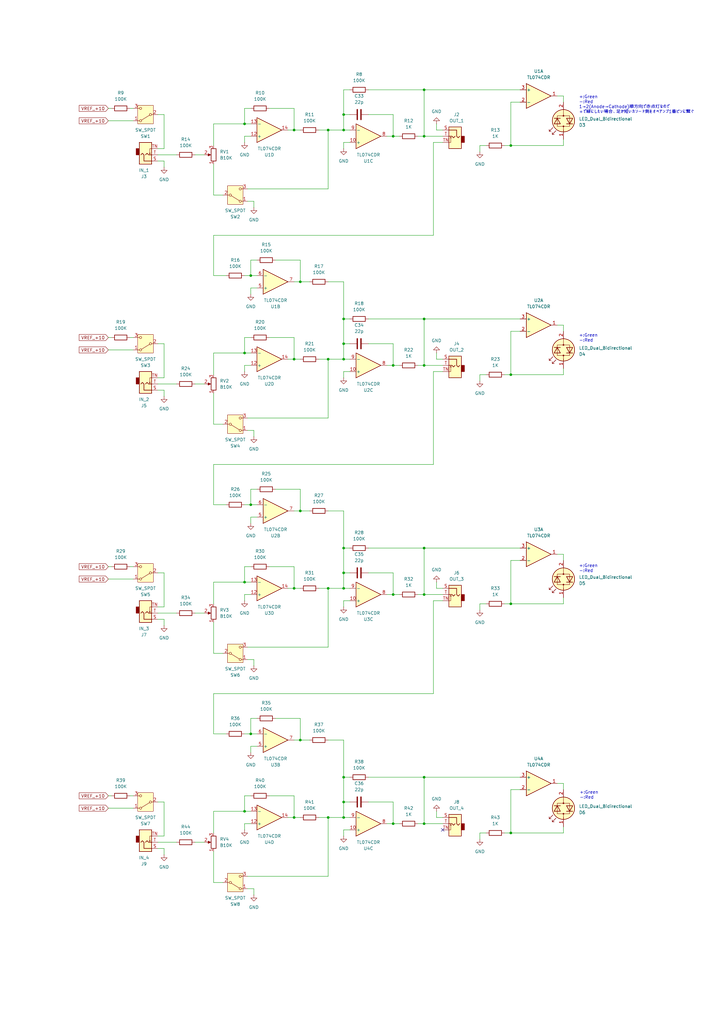
<source format=kicad_sch>
(kicad_sch (version 20250114) (generator "eeschema") (generator_version "9.0")
  (paper "A3" portrait)
  (title_block (title "Attenuator / offset / mixer") (date "2025-07-31") (rev "2.1") (company "StudioKAT"))
  (text "+:Green\n-:Red" (at 237.744 326.136 0) (effects (font (size 1.27 1.27)) (justify left)))
  (text "+:Green\n-:Red" (at 237.49 138.684 0) (effects (font (size 1.27 1.27)) (justify left)))
  (text "+:Green\n-:Red\n1→2(Anode→Cathode)順方向で赤点灯なので\n+で緑にしたい場合、足が短いカソード側をオペアンプ1番ピンに繋ぐ" (at 237.49 42.926 0) (effects (font (size 1.27 1.27)) (justify left)))
  (text "+:Green\n-:Red" (at 237.49 233.172 0) (effects (font (size 1.27 1.27)) (justify left)))
  (junction (at 161.29 55.88))
  (junction (at 102.87 300.99))
  (junction (at 209.55 153.67))
  (junction (at 173.99 318.77))
  (junction (at 120.65 53.34))
  (junction (at 209.55 59.69))
  (junction (at 161.29 149.86))
  (junction (at 123.19 209.55))
  (junction (at 120.65 147.32))
  (junction (at 173.99 337.82))
  (junction (at 173.99 243.84))
  (junction (at 173.99 55.88))
  (junction (at 140.97 318.77))
  (junction (at 134.62 241.3))
  (junction (at 140.97 147.32))
  (junction (at 140.97 46.99))
  (junction (at 140.97 224.79))
  (junction (at 134.62 335.28))
  (junction (at 134.62 53.34))
  (junction (at 100.33 332.74))
  (junction (at 102.87 207.01))
  (junction (at 120.65 241.3))
  (junction (at 140.97 53.34))
  (junction (at 140.97 140.97))
  (junction (at 173.99 36.83))
  (junction (at 140.97 130.81))
  (junction (at 134.62 147.32))
  (junction (at 209.55 247.65))
  (junction (at 161.29 243.84))
  (junction (at 173.99 130.81))
  (junction (at 123.19 303.53))
  (junction (at 140.97 328.93))
  (junction (at 140.97 335.28))
  (junction (at 123.19 115.57))
  (junction (at 140.97 234.95))
  (junction (at 140.97 241.3))
  (junction (at 100.33 144.78))
  (junction (at 173.99 224.79))
  (junction (at 161.29 337.82))
  (junction (at 173.99 149.86))
  (junction (at 120.65 335.28))
  (junction (at 209.55 341.63))
  (junction (at 102.87 113.03))
  (junction (at 100.33 50.8))
  (junction (at 100.33 238.76))
  (no_connect (at 181.61 340.36))
  (wire (pts (xy 158.75 55.88) (xy 161.29 55.88)))
  (wire (pts (xy 231.14 341.63) (xy 231.14 339.09)))
  (wire (pts (xy 102.87 200.66) (xy 102.87 207.01)))
  (wire (pts (xy 64.77 254) (xy 67.31 254)))
  (wire (pts (xy 101.6 77.47) (xy 134.62 77.47)))
  (wire (pts (xy 101.6 82.55) (xy 104.14 82.55)))
  (wire (pts (xy 209.55 247.65) (xy 231.14 247.65)))
  (wire (pts (xy 87.63 247.65) (xy 87.63 238.76)))
  (wire (pts (xy 102.87 306.07) (xy 102.87 308.61)))
  (wire (pts (xy 123.19 115.57) (xy 120.65 115.57)))
  (wire (pts (xy 199.39 341.63) (xy 196.85 341.63)))
  (wire (pts (xy 161.29 140.97) (xy 161.29 149.86)))
  (wire (pts (xy 67.31 234.95) (xy 67.31 248.92)))
  (wire (pts (xy 87.63 96.52) (xy 87.63 113.03)))
  (wire (pts (xy 102.87 212.09) (xy 102.87 214.63)))
  (wire (pts (xy 64.77 251.46) (xy 72.39 251.46)))
  (wire (pts (xy 134.62 171.45) (xy 134.62 147.32)))
  (wire (pts (xy 120.65 138.43) (xy 120.65 147.32)))
  (wire (pts (xy 173.99 36.83) (xy 173.99 55.88)))
  (wire (pts (xy 173.99 318.77) (xy 173.99 337.82)))
  (wire (pts (xy 134.62 115.57) (xy 140.97 115.57)))
  (wire (pts (xy 173.99 130.81) (xy 173.99 149.86)))
  (wire (pts (xy 231.14 59.69) (xy 231.14 57.15)))
  (wire (pts (xy 179.07 332.74) (xy 179.07 335.28)))
  (wire (pts (xy 102.87 337.82) (xy 100.33 337.82)))
  (wire (pts (xy 87.63 59.69) (xy 87.63 50.8)))
  (wire (pts (xy 196.85 247.65) (xy 196.85 250.19)))
  (wire (pts (xy 213.36 229.87) (xy 209.55 229.87)))
  (wire (pts (xy 87.63 284.48) (xy 87.63 300.99)))
  (wire (pts (xy 173.99 130.81) (xy 213.36 130.81)))
  (wire (pts (xy 105.41 294.64) (xy 102.87 294.64)))
  (wire (pts (xy 123.19 303.53) (xy 127 303.53)))
  (wire (pts (xy 120.65 232.41) (xy 120.65 241.3)))
  (wire (pts (xy 64.77 160.02) (xy 67.31 160.02)))
  (wire (pts (xy 105.41 212.09) (xy 102.87 212.09)))
  (wire (pts (xy 64.77 66.04) (xy 67.31 66.04)))
  (wire (pts (xy 181.61 152.4) (xy 177.8 152.4)))
  (wire (pts (xy 100.33 44.45) (xy 100.33 50.8)))
  (wire (pts (xy 158.75 337.82) (xy 161.29 337.82)))
  (wire (pts (xy 179.07 147.32) (xy 181.61 147.32)))
  (wire (pts (xy 143.51 246.38) (xy 140.97 246.38)))
  (wire (pts (xy 173.99 149.86) (xy 181.61 149.86)))
  (wire (pts (xy 231.14 153.67) (xy 231.14 151.13)))
  (wire (pts (xy 120.65 241.3) (xy 123.19 241.3)))
  (wire (pts (xy 134.62 265.43) (xy 134.62 241.3)))
  (wire (pts (xy 140.97 147.32) (xy 143.51 147.32)))
  (wire (pts (xy 120.65 53.34) (xy 123.19 53.34)))
  (wire (pts (xy 161.29 337.82) (xy 163.83 337.82)))
  (wire (pts (xy 199.39 153.67) (xy 196.85 153.67)))
  (wire (pts (xy 87.63 153.67) (xy 87.63 144.78)))
  (wire (pts (xy 231.14 227.33) (xy 228.6 227.33)))
  (wire (pts (xy 87.63 80.01) (xy 91.44 80.01)))
  (wire (pts (xy 179.07 144.78) (xy 179.07 147.32)))
  (wire (pts (xy 199.39 247.65) (xy 196.85 247.65)))
  (wire (pts (xy 101.6 359.41) (xy 134.62 359.41)))
  (wire (pts (xy 140.97 58.42) (xy 140.97 60.96)))
  (wire (pts (xy 177.8 190.5) (xy 87.63 190.5)))
  (wire (pts (xy 64.77 234.95) (xy 67.31 234.95)))
  (wire (pts (xy 173.99 243.84) (xy 171.45 243.84)))
  (wire (pts (xy 123.19 200.66) (xy 123.19 209.55)))
  (wire (pts (xy 173.99 55.88) (xy 181.61 55.88)))
  (wire (pts (xy 100.33 207.01) (xy 102.87 207.01)))
  (wire (pts (xy 134.62 147.32) (xy 140.97 147.32)))
  (wire (pts (xy 207.01 341.63) (xy 209.55 341.63)))
  (wire (pts (xy 105.41 200.66) (xy 102.87 200.66)))
  (wire (pts (xy 134.62 303.53) (xy 140.97 303.53)))
  (wire (pts (xy 87.63 190.5) (xy 87.63 207.01)))
  (wire (pts (xy 143.51 318.77) (xy 140.97 318.77)))
  (wire (pts (xy 143.51 340.36) (xy 140.97 340.36)))
  (wire (pts (xy 87.63 267.97) (xy 91.44 267.97)))
  (wire (pts (xy 67.31 347.98) (xy 67.31 350.52)))
  (wire (pts (xy 104.14 176.53) (xy 104.14 179.07)))
  (wire (pts (xy 101.6 176.53) (xy 104.14 176.53)))
  (wire (pts (xy 100.33 232.41) (xy 100.33 238.76)))
  (wire (pts (xy 140.97 152.4) (xy 140.97 154.94)))
  (wire (pts (xy 231.14 321.31) (xy 228.6 321.31)))
  (wire (pts (xy 123.19 106.68) (xy 123.19 115.57)))
  (wire (pts (xy 64.77 157.48) (xy 72.39 157.48)))
  (wire (pts (xy 130.81 335.28) (xy 134.62 335.28)))
  (wire (pts (xy 123.19 303.53) (xy 120.65 303.53)))
  (wire (pts (xy 113.03 200.66) (xy 123.19 200.66)))
  (wire (pts (xy 209.55 323.85) (xy 209.55 341.63)))
  (wire (pts (xy 67.31 160.02) (xy 67.31 162.56)))
  (wire (pts (xy 100.33 149.86) (xy 100.33 152.4)))
  (wire (pts (xy 120.65 53.34) (xy 118.11 53.34)))
  (wire (pts (xy 151.13 328.93) (xy 161.29 328.93)))
  (wire (pts (xy 173.99 36.83) (xy 213.36 36.83)))
  (wire (pts (xy 120.65 335.28) (xy 118.11 335.28)))
  (wire (pts (xy 67.31 140.97) (xy 67.31 154.94)))
  (wire (pts (xy 87.63 238.76) (xy 100.33 238.76)))
  (wire (pts (xy 140.97 46.99) (xy 143.51 46.99)))
  (wire (pts (xy 209.55 59.69) (xy 231.14 59.69)))
  (wire (pts (xy 87.63 349.25) (xy 87.63 361.95)))
  (wire (pts (xy 101.6 265.43) (xy 134.62 265.43)))
  (wire (pts (xy 231.14 39.37) (xy 228.6 39.37)))
  (wire (pts (xy 151.13 130.81) (xy 173.99 130.81)))
  (wire (pts (xy 158.75 149.86) (xy 161.29 149.86)))
  (wire (pts (xy 173.99 318.77) (xy 213.36 318.77)))
  (wire (pts (xy 134.62 335.28) (xy 140.97 335.28)))
  (wire (pts (xy 104.14 82.55) (xy 104.14 85.09)))
  (wire (pts (xy 213.36 323.85) (xy 209.55 323.85)))
  (wire (pts (xy 177.8 152.4) (xy 177.8 190.5)))
  (wire (pts (xy 64.77 328.93) (xy 67.31 328.93)))
  (wire (pts (xy 87.63 332.74) (xy 100.33 332.74)))
  (wire (pts (xy 209.55 41.91) (xy 209.55 59.69)))
  (wire (pts (xy 104.14 270.51) (xy 104.14 273.05)))
  (wire (pts (xy 123.19 294.64) (xy 123.19 303.53)))
  (wire (pts (xy 130.81 53.34) (xy 134.62 53.34)))
  (wire (pts (xy 102.87 294.64) (xy 102.87 300.99)))
  (wire (pts (xy 64.77 345.44) (xy 72.39 345.44)))
  (wire (pts (xy 64.77 347.98) (xy 67.31 347.98)))
  (wire (pts (xy 100.33 50.8) (xy 102.87 50.8)))
  (wire (pts (xy 179.07 335.28) (xy 181.61 335.28)))
  (wire (pts (xy 102.87 300.99) (xy 105.41 300.99)))
  (wire (pts (xy 181.61 246.38) (xy 177.8 246.38)))
  (wire (pts (xy 123.19 115.57) (xy 127 115.57)))
  (wire (pts (xy 100.33 300.99) (xy 102.87 300.99)))
  (wire (pts (xy 140.97 224.79) (xy 140.97 234.95)))
  (wire (pts (xy 134.62 241.3) (xy 140.97 241.3)))
  (wire (pts (xy 53.34 44.45) (xy 54.61 44.45)))
  (wire (pts (xy 110.49 326.39) (xy 120.65 326.39)))
  (wire (pts (xy 53.34 138.43) (xy 54.61 138.43)))
  (wire (pts (xy 173.99 224.79) (xy 173.99 243.84)))
  (wire (pts (xy 173.99 224.79) (xy 213.36 224.79)))
  (wire (pts (xy 102.87 44.45) (xy 100.33 44.45)))
  (wire (pts (xy 151.13 318.77) (xy 173.99 318.77)))
  (wire (pts (xy 231.14 229.87) (xy 231.14 227.33)))
  (wire (pts (xy 105.41 118.11) (xy 102.87 118.11)))
  (wire (pts (xy 181.61 58.42) (xy 177.8 58.42)))
  (wire (pts (xy 67.31 328.93) (xy 67.31 342.9)))
  (wire (pts (xy 143.51 152.4) (xy 140.97 152.4)))
  (wire (pts (xy 140.97 328.93) (xy 140.97 335.28)))
  (wire (pts (xy 140.97 140.97) (xy 143.51 140.97)))
  (wire (pts (xy 179.07 53.34) (xy 181.61 53.34)))
  (wire (pts (xy 102.87 207.01) (xy 105.41 207.01)))
  (wire (pts (xy 130.81 241.3) (xy 134.62 241.3)))
  (wire (pts (xy 44.45 237.49) (xy 54.61 237.49)))
  (wire (pts (xy 44.45 331.47) (xy 54.61 331.47)))
  (wire (pts (xy 151.13 36.83) (xy 173.99 36.83)))
  (wire (pts (xy 87.63 161.29) (xy 87.63 173.99)))
  (wire (pts (xy 102.87 232.41) (xy 100.33 232.41)))
  (wire (pts (xy 177.8 246.38) (xy 177.8 284.48)))
  (wire (pts (xy 140.97 234.95) (xy 143.51 234.95)))
  (wire (pts (xy 213.36 41.91) (xy 209.55 41.91)))
  (wire (pts (xy 173.99 337.82) (xy 171.45 337.82)))
  (wire (pts (xy 44.45 232.41) (xy 45.72 232.41)))
  (wire (pts (xy 100.33 138.43) (xy 100.33 144.78)))
  (wire (pts (xy 105.41 106.68) (xy 102.87 106.68)))
  (wire (pts (xy 87.63 113.03) (xy 92.71 113.03)))
  (wire (pts (xy 80.01 157.48) (xy 83.82 157.48)))
  (wire (pts (xy 102.87 118.11) (xy 102.87 120.65)))
  (wire (pts (xy 140.97 318.77) (xy 140.97 328.93)))
  (wire (pts (xy 44.45 143.51) (xy 54.61 143.51)))
  (wire (pts (xy 44.45 326.39) (xy 45.72 326.39)))
  (wire (pts (xy 100.33 326.39) (xy 100.33 332.74)))
  (wire (pts (xy 140.97 246.38) (xy 140.97 248.92)))
  (wire (pts (xy 161.29 55.88) (xy 163.83 55.88)))
  (wire (pts (xy 207.01 247.65) (xy 209.55 247.65)))
  (wire (pts (xy 143.51 58.42) (xy 140.97 58.42)))
  (wire (pts (xy 140.97 53.34) (xy 143.51 53.34)))
  (wire (pts (xy 209.55 341.63) (xy 231.14 341.63)))
  (wire (pts (xy 102.87 138.43) (xy 100.33 138.43)))
  (wire (pts (xy 207.01 153.67) (xy 209.55 153.67)))
  (wire (pts (xy 134.62 359.41) (xy 134.62 335.28)))
  (wire (pts (xy 173.99 243.84) (xy 181.61 243.84)))
  (wire (pts (xy 53.34 326.39) (xy 54.61 326.39)))
  (wire (pts (xy 44.45 138.43) (xy 45.72 138.43)))
  (wire (pts (xy 161.29 149.86) (xy 163.83 149.86)))
  (wire (pts (xy 87.63 341.63) (xy 87.63 332.74)))
  (wire (pts (xy 134.62 53.34) (xy 140.97 53.34)))
  (wire (pts (xy 140.97 36.83) (xy 140.97 46.99)))
  (wire (pts (xy 67.31 46.99) (xy 67.31 60.96)))
  (wire (pts (xy 207.01 59.69) (xy 209.55 59.69)))
  (wire (pts (xy 102.87 326.39) (xy 100.33 326.39)))
  (wire (pts (xy 140.97 340.36) (xy 140.97 342.9)))
  (wire (pts (xy 87.63 300.99) (xy 92.71 300.99)))
  (wire (pts (xy 140.97 140.97) (xy 140.97 147.32)))
  (wire (pts (xy 102.87 55.88) (xy 100.33 55.88)))
  (wire (pts (xy 134.62 77.47) (xy 134.62 53.34)))
  (wire (pts (xy 120.65 44.45) (xy 120.65 53.34)))
  (wire (pts (xy 209.55 153.67) (xy 231.14 153.67)))
  (wire (pts (xy 101.6 270.51) (xy 104.14 270.51)))
  (wire (pts (xy 120.65 326.39) (xy 120.65 335.28)))
  (wire (pts (xy 199.39 59.69) (xy 196.85 59.69)))
  (wire (pts (xy 110.49 44.45) (xy 120.65 44.45)))
  (wire (pts (xy 140.97 46.99) (xy 140.97 53.34)))
  (wire (pts (xy 80.01 251.46) (xy 83.82 251.46)))
  (wire (pts (xy 231.14 133.35) (xy 228.6 133.35)))
  (wire (pts (xy 140.97 234.95) (xy 140.97 241.3)))
  (wire (pts (xy 158.75 243.84) (xy 161.29 243.84)))
  (wire (pts (xy 113.03 106.68) (xy 123.19 106.68)))
  (wire (pts (xy 179.07 50.8) (xy 179.07 53.34)))
  (wire (pts (xy 102.87 149.86) (xy 100.33 149.86)))
  (wire (pts (xy 67.31 248.92) (xy 64.77 248.92)))
  (wire (pts (xy 173.99 337.82) (xy 181.61 337.82)))
  (wire (pts (xy 177.8 284.48) (xy 87.63 284.48)))
  (wire (pts (xy 231.14 41.91) (xy 231.14 39.37)))
  (wire (pts (xy 113.03 294.64) (xy 123.19 294.64)))
  (wire (pts (xy 151.13 224.79) (xy 173.99 224.79)))
  (wire (pts (xy 100.33 332.74) (xy 102.87 332.74)))
  (wire (pts (xy 64.77 140.97) (xy 67.31 140.97)))
  (wire (pts (xy 231.14 247.65) (xy 231.14 245.11)))
  (wire (pts (xy 140.97 303.53) (xy 140.97 318.77)))
  (wire (pts (xy 67.31 60.96) (xy 64.77 60.96)))
  (wire (pts (xy 67.31 342.9) (xy 64.77 342.9)))
  (wire (pts (xy 140.97 328.93) (xy 143.51 328.93)))
  (wire (pts (xy 161.29 243.84) (xy 163.83 243.84)))
  (wire (pts (xy 87.63 255.27) (xy 87.63 267.97)))
  (wire (pts (xy 64.77 63.5) (xy 72.39 63.5)))
  (wire (pts (xy 196.85 341.63) (xy 196.85 344.17)))
  (wire (pts (xy 209.55 135.89) (xy 209.55 153.67)))
  (wire (pts (xy 177.8 58.42) (xy 177.8 96.52)))
  (wire (pts (xy 104.14 364.49) (xy 104.14 367.03)))
  (wire (pts (xy 161.29 234.95) (xy 161.29 243.84)))
  (wire (pts (xy 44.45 44.45) (xy 45.72 44.45)))
  (wire (pts (xy 87.63 361.95) (xy 91.44 361.95)))
  (wire (pts (xy 120.65 241.3) (xy 118.11 241.3)))
  (wire (pts (xy 101.6 364.49) (xy 104.14 364.49)))
  (wire (pts (xy 102.87 106.68) (xy 102.87 113.03)))
  (wire (pts (xy 213.36 135.89) (xy 209.55 135.89)))
  (wire (pts (xy 120.65 335.28) (xy 123.19 335.28)))
  (wire (pts (xy 67.31 254) (xy 67.31 256.54)))
  (wire (pts (xy 120.65 147.32) (xy 123.19 147.32)))
  (wire (pts (xy 151.13 140.97) (xy 161.29 140.97)))
  (wire (pts (xy 53.34 232.41) (xy 54.61 232.41)))
  (wire (pts (xy 140.97 335.28) (xy 143.51 335.28)))
  (wire (pts (xy 67.31 154.94) (xy 64.77 154.94)))
  (wire (pts (xy 134.62 209.55) (xy 140.97 209.55)))
  (wire (pts (xy 151.13 46.99) (xy 161.29 46.99)))
  (wire (pts (xy 44.45 49.53) (xy 54.61 49.53)))
  (wire (pts (xy 140.97 241.3) (xy 143.51 241.3)))
  (wire (pts (xy 123.19 209.55) (xy 127 209.55)))
  (wire (pts (xy 87.63 67.31) (xy 87.63 80.01)))
  (wire (pts (xy 231.14 323.85) (xy 231.14 321.31)))
  (wire (pts (xy 177.8 96.52) (xy 87.63 96.52)))
  (wire (pts (xy 179.07 238.76) (xy 179.07 241.3)))
  (wire (pts (xy 100.33 113.03) (xy 102.87 113.03)))
  (wire (pts (xy 143.51 36.83) (xy 140.97 36.83)))
  (wire (pts (xy 102.87 113.03) (xy 105.41 113.03)))
  (wire (pts (xy 143.51 224.79) (xy 140.97 224.79)))
  (wire (pts (xy 101.6 171.45) (xy 134.62 171.45)))
  (wire (pts (xy 123.19 209.55) (xy 120.65 209.55)))
  (wire (pts (xy 100.33 238.76) (xy 102.87 238.76)))
  (wire (pts (xy 196.85 59.69) (xy 196.85 62.23)))
  (wire (pts (xy 143.51 130.81) (xy 140.97 130.81)))
  (wire (pts (xy 140.97 115.57) (xy 140.97 130.81)))
  (wire (pts (xy 80.01 345.44) (xy 83.82 345.44)))
  (wire (pts (xy 130.81 147.32) (xy 134.62 147.32)))
  (wire (pts (xy 87.63 50.8) (xy 100.33 50.8)))
  (wire (pts (xy 161.29 328.93) (xy 161.29 337.82)))
  (wire (pts (xy 110.49 232.41) (xy 120.65 232.41)))
  (wire (pts (xy 100.33 337.82) (xy 100.33 340.36)))
  (wire (pts (xy 67.31 66.04) (xy 67.31 68.58)))
  (wire (pts (xy 64.77 46.99) (xy 67.31 46.99)))
  (wire (pts (xy 110.49 138.43) (xy 120.65 138.43)))
  (wire (pts (xy 140.97 130.81) (xy 140.97 140.97)))
  (wire (pts (xy 196.85 153.67) (xy 196.85 156.21)))
  (wire (pts (xy 100.33 144.78) (xy 102.87 144.78)))
  (wire (pts (xy 209.55 229.87) (xy 209.55 247.65)))
  (wire (pts (xy 120.65 147.32) (xy 118.11 147.32)))
  (wire (pts (xy 100.33 55.88) (xy 100.33 58.42)))
  (wire (pts (xy 231.14 135.89) (xy 231.14 133.35)))
  (wire (pts (xy 105.41 306.07) (xy 102.87 306.07)))
  (wire (pts (xy 87.63 173.99) (xy 91.44 173.99)))
  (wire (pts (xy 179.07 241.3) (xy 181.61 241.3)))
  (wire (pts (xy 151.13 234.95) (xy 161.29 234.95)))
  (wire (pts (xy 87.63 207.01) (xy 92.71 207.01)))
  (wire (pts (xy 87.63 144.78) (xy 100.33 144.78)))
  (wire (pts (xy 102.87 243.84) (xy 100.33 243.84)))
  (wire (pts (xy 100.33 243.84) (xy 100.33 246.38)))
  (wire (pts (xy 173.99 149.86) (xy 171.45 149.86)))
  (wire (pts (xy 140.97 209.55) (xy 140.97 224.79)))
  (wire (pts (xy 173.99 55.88) (xy 171.45 55.88)))
  (wire (pts (xy 161.29 46.99) (xy 161.29 55.88)))
  (wire (pts (xy 80.01 63.5) (xy 83.82 63.5)))
  (global_label "VREF_+10" (shape input) (at 44.45 232.41 180) (property "Intersheetrefs" "${INTERSHEET_REFS}" (effects (hide yes))))
  (global_label "VREF_+10" (shape input) (at 44.45 331.47 180) (property "Intersheetrefs" "${INTERSHEET_REFS}" (effects (hide yes))))
  (global_label "VREF_+10" (shape input) (at 44.45 49.53 180) (property "Intersheetrefs" "${INTERSHEET_REFS}" (effects (hide yes))))
  (global_label "VREF_+10" (shape input) (at 44.45 237.49 180) (property "Intersheetrefs" "${INTERSHEET_REFS}" (effects (hide yes))))
  (global_label "VREF_+10" (shape input) (at 44.45 326.39 180) (property "Intersheetrefs" "${INTERSHEET_REFS}" (effects (hide yes))))
  (global_label "VREF_+10" (shape input) (at 44.45 44.45 180) (property "Intersheetrefs" "${INTERSHEET_REFS}" (effects (hide yes))))
  (global_label "VREF_+10" (shape input) (at 44.45 138.43 180) (property "Intersheetrefs" "${INTERSHEET_REFS}" (effects (hide yes))))
  (global_label "VREF_+10" (shape input) (at 44.45 143.51 180) (property "Intersheetrefs" "${INTERSHEET_REFS}" (effects (hide yes))))
  (symbol (lib_id "Device:R") (at 76.2 251.46 90) (unit 1)
    (property "Reference" "R34" (at 76.2 245.11 90))
    (property "Value" "100K" (at 76.2 247.65 90))
    (property "Footprint" "Resistor_SMD:R_0402_1005Metric" (effects (hide yes)))
    (property "Description" "Resistor" (effects (hide yes)))
    (property "LCSC" "C25741" (effects (hide yes)))
  )
  (symbol (lib_id "Device:LED_Dual_Bidirectional") (at 231.14 331.47 90) (mirror x) (unit 1)
    (property "Reference" "D6" (at 237.49 333.2354 90) (effects (justify right)))
    (property "Value" "LED_Dual_Bidirectional" (at 237.49 330.6954 90) (effects (justify right)))
    (property "Footprint" "LED_THT:LED_D3.0mm" (effects (hide yes)))
    (property "Description" "Dual LED, bidirectional" (effects (hide yes)))
  )
  (symbol (lib_id "Device:R") (at 106.68 326.39 90) (unit 1)
    (property "Reference" "R40" (at 106.68 320.04 90))
    (property "Value" "100K" (at 106.68 322.58 90))
    (property "Footprint" "Resistor_SMD:R_0402_1005Metric" (effects (hide yes)))
    (property "Description" "Resistor" (effects (hide yes)))
    (property "LCSC" "C25741" (effects (hide yes)))
  )
  (symbol (lib_id "Switch:SW_SPDT") (at 59.69 46.99 180) (unit 1)
    (property "Reference" "SW1" (at 59.69 55.88 0))
    (property "Value" "SW_SPDT" (at 59.69 53.34 0))
    (property "Footprint" "kat_eurorack:ToggleSwitch_2MS1-T2-B4-M2-Q-E-S" (effects (hide yes)))
    (property "Description" "Switch, single pole double throw" (effects (hide yes)))
  )
  (symbol (lib_id "power:GND") (at 100.33 340.36 0) (unit 1)
    (property "Reference" "#PWR043" (effects (hide yes)))
    (property "Value" "GND" (at 100.33 345.44 0))
    (property "Description" "Power symbol creates a global label with name \"GND\" , ground" (effects (hide yes)))
  )
  (symbol (lib_id "Device:R") (at 130.81 209.55 90) (unit 1)
    (property "Reference" "R27" (at 130.81 203.2 90))
    (property "Value" "100K" (at 130.81 205.74 90))
    (property "Footprint" "Resistor_SMD:R_0402_1005Metric" (effects (hide yes)))
    (property "Description" "Resistor" (effects (hide yes)))
    (property "LCSC" "C25741" (effects (hide yes)))
  )
  (symbol (lib_id "power:GND") (at 100.33 246.38 0) (unit 1)
    (property "Reference" "#PWR036" (effects (hide yes)))
    (property "Value" "GND" (at 100.33 251.46 0))
    (property "Description" "Power symbol creates a global label with name \"GND\" , ground" (effects (hide yes)))
  )
  (symbol (lib_id "Device:LED_Dual_Bidirectional") (at 231.14 49.53 90) (mirror x) (unit 1)
    (property "Reference" "D3" (at 237.49 51.2954 90) (effects (justify right)))
    (property "Value" "LED_Dual_Bidirectional" (at 237.49 48.7554 90) (effects (justify right)))
    (property "Footprint" "LED_THT:LED_D3.0mm" (effects (hide yes)))
    (property "Description" "Dual LED, bidirectional" (effects (hide yes)))
  )
  (symbol (lib_id "power:GND") (at 196.85 62.23 0) (unit 1)
    (property "Reference" "#PWR024" (effects (hide yes)))
    (property "Value" "GND" (at 196.85 67.31 0))
    (property "Description" "Power symbol creates a global label with name \"GND\" , ground" (effects (hide yes)))
  )
  (symbol (lib_id "Device:R") (at 76.2 157.48 90) (unit 1)
    (property "Reference" "R24" (at 76.2 151.13 90))
    (property "Value" "100K" (at 76.2 153.67 90))
    (property "Footprint" "Resistor_SMD:R_0402_1005Metric" (effects (hide yes)))
    (property "Description" "Resistor" (effects (hide yes)))
    (property "LCSC" "C25741" (effects (hide yes)))
  )
  (symbol (lib_id "power:GND") (at 140.97 60.96 0) (unit 1)
    (property "Reference" "#PWR023" (effects (hide yes)))
    (property "Value" "GND" (at 140.97 66.04 0))
    (property "Description" "Power symbol creates a global label with name \"GND\" , ground" (effects (hide yes)))
  )
  (symbol (lib_id "Connector_Audio:AudioJack2_SwitchT") (at 59.69 251.46 0) (mirror x) (unit 1)
    (property "Reference" "J7" (at 59.055 260.35 0))
    (property "Value" "IN_3" (at 59.055 257.81 0))
    (property "Footprint" "kat_eurorack:AudioJack_PJ301M-12" (effects (hide yes)))
    (property "Description" "Audio Jack, 2 Poles (Mono / TS), Switched T Pole (Normalling)" (effects (hide yes)))
  )
  (symbol (lib_id "Device:LED_Dual_Bidirectional") (at 231.14 237.49 90) (mirror x) (unit 1)
    (property "Reference" "D5" (at 237.49 239.2554 90) (effects (justify right)))
    (property "Value" "LED_Dual_Bidirectional" (at 237.49 236.7154 90) (effects (justify right)))
    (property "Footprint" "LED_THT:LED_D3.0mm" (effects (hide yes)))
    (property "Description" "Dual LED, bidirectional" (effects (hide yes)))
  )
  (symbol (lib_id "Amplifier_Operational:TL074") (at 151.13 243.84 0) (mirror x) (unit 3)
    (property "Reference" "U3" (at 151.13 254 0))
    (property "Value" "TL074CDR" (at 151.13 251.46 0))
    (property "Footprint" "Package_SO:SOIC-14_3.9x8.7mm_P1.27mm" (effects (hide yes)))
    (property "Datasheet" "http://www.ti.com/lit/ds/symlink/tl071.pdf" (effects (hide yes)))
    (property "Description" "Quad Low-Noise JFET-Input Operational Amplifiers, DIP-14/SOIC-14" (effects (hide yes)))
    (property "LCSC" "C12594" (effects (hide yes)))
  )
  (symbol (lib_id "Device:R") (at 147.32 318.77 90) (unit 1)
    (property "Reference" "R38" (at 147.32 312.42 90))
    (property "Value" "100K" (at 147.32 314.96 90))
    (property "Footprint" "Resistor_SMD:R_0402_1005Metric" (effects (hide yes)))
    (property "Description" "Resistor" (effects (hide yes)))
    (property "LCSC" "C25741" (effects (hide yes)))
  )
  (symbol (lib_id "Amplifier_Operational:TL074") (at 220.98 133.35 0) (unit 1)
    (property "Reference" "U2" (at 220.98 123.19 0))
    (property "Value" "TL074CDR" (at 220.98 125.73 0))
    (property "Footprint" "Package_SO:SOIC-14_3.9x8.7mm_P1.27mm" (effects (hide yes)))
    (property "Datasheet" "http://www.ti.com/lit/ds/symlink/tl071.pdf" (effects (hide yes)))
    (property "Description" "Quad Low-Noise JFET-Input Operational Amplifiers, DIP-14/SOIC-14" (effects (hide yes)))
    (property "LCSC" "C12594" (effects (hide yes)))
  )
  (symbol (lib_id "Device:R") (at 147.32 130.81 90) (unit 1)
    (property "Reference" "R18" (at 147.32 124.46 90))
    (property "Value" "100K" (at 147.32 127 90))
    (property "Footprint" "Resistor_SMD:R_0402_1005Metric" (effects (hide yes)))
    (property "Description" "Resistor" (effects (hide yes)))
    (property "LCSC" "C25741" (effects (hide yes)))
  )
  (symbol (lib_id "power:GND") (at 100.33 58.42 0) (unit 1)
    (property "Reference" "#PWR022" (effects (hide yes)))
    (property "Value" "GND" (at 100.33 63.5 0))
    (property "Description" "Power symbol creates a global label with name \"GND\" , ground" (effects (hide yes)))
  )
  (symbol (lib_id "Device:R") (at 167.64 55.88 90) (unit 1)
    (property "Reference" "R12" (at 167.64 49.53 90))
    (property "Value" "1K" (at 167.64 52.07 90))
    (property "Footprint" "Resistor_SMD:R_0402_1005Metric" (effects (hide yes)))
    (property "Description" "Resistor" (effects (hide yes)))
    (property "LCSC" "C11702" (effects (hide yes)))
  )
  (symbol (lib_id "power:GND") (at 179.07 238.76 0) (mirror x) (unit 1)
    (property "Reference" "#PWR035" (effects (hide yes)))
    (property "Value" "GND" (at 179.07 233.68 0))
    (property "Description" "Power symbol creates a global label with name \"GND\" , ground" (effects (hide yes)))
  )
  (symbol (lib_id "Device:C") (at 147.32 46.99 90) (unit 1)
    (property "Reference" "C33" (at 147.32 39.37 90))
    (property "Value" "22p" (at 147.32 41.91 90))
    (property "Footprint" "Capacitor_SMD:C_0402_1005Metric" (effects (hide yes)))
    (property "Description" "Unpolarized capacitor" (effects (hide yes)))
    (property "LCSC" "C1555" (effects (hide yes)))
  )
  (symbol (lib_id "Amplifier_Operational:TL074") (at 113.03 209.55 0) (mirror x) (unit 2)
    (property "Reference" "U2" (at 113.03 219.71 0))
    (property "Value" "TL074CDR" (at 113.03 217.17 0))
    (property "Footprint" "Package_SO:SOIC-14_3.9x8.7mm_P1.27mm" (effects (hide yes)))
    (property "Datasheet" "http://www.ti.com/lit/ds/symlink/tl071.pdf" (effects (hide yes)))
    (property "Description" "Quad Low-Noise JFET-Input Operational Amplifiers, DIP-14/SOIC-14" (effects (hide yes)))
    (property "LCSC" "C12594" (effects (hide yes)))
  )
  (symbol (lib_id "Device:R") (at 127 241.3 90) (unit 1)
    (property "Reference" "R31" (at 127 234.95 90))
    (property "Value" "100K" (at 127 237.49 90))
    (property "Footprint" "Resistor_SMD:R_0402_1005Metric" (effects (hide yes)))
    (property "Description" "Resistor" (effects (hide yes)))
    (property "LCSC" "C25741" (effects (hide yes)))
  )
  (symbol (lib_id "Device:R") (at 49.53 44.45 90) (unit 1)
    (property "Reference" "R9" (at 49.53 38.1 90))
    (property "Value" "100K" (at 49.53 40.64 90))
    (property "Footprint" "Resistor_SMD:R_0402_1005Metric" (effects (hide yes)))
    (property "Description" "Resistor" (effects (hide yes)))
    (property "LCSC" "C25741" (effects (hide yes)))
  )
  (symbol (lib_id "Amplifier_Operational:TL074") (at 151.13 149.86 0) (mirror x) (unit 3)
    (property "Reference" "U2" (at 151.13 160.02 0))
    (property "Value" "TL074CDR" (at 151.13 157.48 0))
    (property "Footprint" "Package_SO:SOIC-14_3.9x8.7mm_P1.27mm" (effects (hide yes)))
    (property "Datasheet" "http://www.ti.com/lit/ds/symlink/tl071.pdf" (effects (hide yes)))
    (property "Description" "Quad Low-Noise JFET-Input Operational Amplifiers, DIP-14/SOIC-14" (effects (hide yes)))
    (property "LCSC" "C12594" (effects (hide yes)))
  )
  (symbol (lib_id "Device:R") (at 127 335.28 90) (unit 1)
    (property "Reference" "R41" (at 127 328.93 90))
    (property "Value" "100K" (at 127 331.47 90))
    (property "Footprint" "Resistor_SMD:R_0402_1005Metric" (effects (hide yes)))
    (property "Description" "Resistor" (effects (hide yes)))
    (property "LCSC" "C25741" (effects (hide yes)))
  )
  (symbol (lib_id "Device:R") (at 203.2 59.69 90) (unit 1)
    (property "Reference" "R13" (at 203.2 53.34 90))
    (property "Value" "1K" (at 203.2 55.88 90))
    (property "Footprint" "Resistor_SMD:R_0402_1005Metric" (effects (hide yes)))
    (property "Description" "Resistor" (effects (hide yes)))
    (property "LCSC" "C11702" (effects (hide yes)))
  )
  (symbol (lib_id "Switch:SW_SPDT") (at 59.69 140.97 180) (unit 1)
    (property "Reference" "SW3" (at 59.69 149.86 0))
    (property "Value" "SW_SPDT" (at 59.69 147.32 0))
    (property "Footprint" "kat_eurorack:ToggleSwitch_2MS1-T2-B4-M2-Q-E-S" (effects (hide yes)))
    (property "Description" "Switch, single pole double throw" (effects (hide yes)))
  )
  (symbol (lib_id "Device:R") (at 130.81 303.53 90) (unit 1)
    (property "Reference" "R37" (at 130.81 297.18 90))
    (property "Value" "100K" (at 130.81 299.72 90))
    (property "Footprint" "Resistor_SMD:R_0402_1005Metric" (effects (hide yes)))
    (property "Description" "Resistor" (effects (hide yes)))
    (property "LCSC" "C25741" (effects (hide yes)))
  )
  (symbol (lib_id "Switch:SW_SPDT") (at 96.52 361.95 0) (mirror x) (unit 1)
    (property "Reference" "SW8" (at 96.52 370.84 0))
    (property "Value" "SW_SPDT" (at 96.52 368.3 0))
    (property "Footprint" "kat_eurorack:ToggleSwitch_2MS1-T2-B4-M2-Q-E-S" (effects (hide yes)))
    (property "Description" "Switch, single pole double throw" (effects (hide yes)))
  )
  (symbol (lib_id "Device:R") (at 109.22 200.66 90) (unit 1)
    (property "Reference" "R25" (at 109.22 194.31 90))
    (property "Value" "100K" (at 109.22 196.85 90))
    (property "Footprint" "Resistor_SMD:R_0402_1005Metric" (effects (hide yes)))
    (property "Description" "Resistor" (effects (hide yes)))
    (property "LCSC" "C25741" (effects (hide yes)))
  )
  (symbol (lib_id "Switch:SW_SPDT") (at 59.69 328.93 180) (unit 1)
    (property "Reference" "SW7" (at 59.69 337.82 0))
    (property "Value" "SW_SPDT" (at 59.69 335.28 0))
    (property "Footprint" "kat_eurorack:ToggleSwitch_2MS1-T2-B4-M2-Q-E-S" (effects (hide yes)))
    (property "Description" "Switch, single pole double throw" (effects (hide yes)))
  )
  (symbol (lib_id "power:GND") (at 179.07 50.8 0) (mirror x) (unit 1)
    (property "Reference" "#PWR021" (effects (hide yes)))
    (property "Value" "GND" (at 179.07 45.72 0))
    (property "Description" "Power symbol creates a global label with name \"GND\" , ground" (effects (hide yes)))
  )
  (symbol (lib_id "power:GND") (at 104.14 273.05 0) (unit 1)
    (property "Reference" "#PWR040" (effects (hide yes)))
    (property "Value" "GND" (at 104.14 278.13 0))
    (property "Description" "Power symbol creates a global label with name \"GND\" , ground" (effects (hide yes)))
  )
  (symbol (lib_id "Device:R") (at 203.2 341.63 90) (unit 1)
    (property "Reference" "R43" (at 203.2 335.28 90))
    (property "Value" "1K" (at 203.2 337.82 90))
    (property "Footprint" "Resistor_SMD:R_0402_1005Metric" (effects (hide yes)))
    (property "Description" "Resistor" (effects (hide yes)))
    (property "LCSC" "C11702" (effects (hide yes)))
  )
  (symbol (lib_id "Switch:SW_SPDT") (at 96.52 267.97 0) (mirror x) (unit 1)
    (property "Reference" "SW6" (at 96.52 276.86 0))
    (property "Value" "SW_SPDT" (at 96.52 274.32 0))
    (property "Footprint" "kat_eurorack:ToggleSwitch_2MS1-T2-B4-M2-Q-E-S" (effects (hide yes)))
    (property "Description" "Switch, single pole double throw" (effects (hide yes)))
  )
  (symbol (lib_id "power:GND") (at 179.07 332.74 0) (mirror x) (unit 1)
    (property "Reference" "#PWR042" (effects (hide yes)))
    (property "Value" "GND" (at 179.07 327.66 0))
    (property "Description" "Power symbol creates a global label with name \"GND\" , ground" (effects (hide yes)))
  )
  (symbol (lib_id "Device:R_Potentiometer") (at 87.63 157.48 180) (unit 1)
    (property "Reference" "RV2" (at 90.17 156.2099 0) (effects (justify right)))
    (property "Value" "B10K" (at 90.17 158.7499 0) (effects (justify right)))
    (property "Footprint" "kat_eurorack:Potentiometer_RV09" (effects (hide yes)))
    (property "Description" "Potentiometer" (effects (hide yes)))
  )
  (symbol (lib_id "Device:R") (at 167.64 243.84 90) (unit 1)
    (property "Reference" "R32" (at 167.64 237.49 90))
    (property "Value" "1K" (at 167.64 240.03 90))
    (property "Footprint" "Resistor_SMD:R_0402_1005Metric" (effects (hide yes)))
    (property "Description" "Resistor" (effects (hide yes)))
    (property "LCSC" "C11702" (effects (hide yes)))
  )
  (symbol (lib_id "Device:R") (at 127 53.34 90) (unit 1)
    (property "Reference" "R11" (at 127 46.99 90))
    (property "Value" "100K" (at 127 49.53 90))
    (property "Footprint" "Resistor_SMD:R_0402_1005Metric" (effects (hide yes)))
    (property "Description" "Resistor" (effects (hide yes)))
    (property "LCSC" "C25741" (effects (hide yes)))
  )
  (symbol (lib_id "Device:R") (at 76.2 345.44 90) (unit 1)
    (property "Reference" "R44" (at 76.2 339.09 90))
    (property "Value" "100K" (at 76.2 341.63 90))
    (property "Footprint" "Resistor_SMD:R_0402_1005Metric" (effects (hide yes)))
    (property "Description" "Resistor" (effects (hide yes)))
    (property "LCSC" "C25741" (effects (hide yes)))
  )
  (symbol (lib_id "Switch:SW_SPDT") (at 59.69 234.95 180) (unit 1)
    (property "Reference" "SW5" (at 59.69 243.84 0))
    (property "Value" "SW_SPDT" (at 59.69 241.3 0))
    (property "Footprint" "kat_eurorack:ToggleSwitch_2MS1-T2-B4-M2-Q-E-S" (effects (hide yes)))
    (property "Description" "Switch, single pole double throw" (effects (hide yes)))
  )
  (symbol (lib_id "Amplifier_Operational:TL074") (at 220.98 39.37 0) (unit 1)
    (property "Reference" "U1" (at 220.98 29.21 0))
    (property "Value" "TL074CDR" (at 220.98 31.75 0))
    (property "Footprint" "Package_SO:SOIC-14_3.9x8.7mm_P1.27mm" (effects (hide yes)))
    (property "Datasheet" "http://www.ti.com/lit/ds/symlink/tl071.pdf" (effects (hide yes)))
    (property "Description" "Quad Low-Noise JFET-Input Operational Amplifiers, DIP-14/SOIC-14" (effects (hide yes)))
    (property "LCSC" "C12594" (effects (hide yes)))
  )
  (symbol (lib_id "Device:R") (at 106.68 138.43 90) (unit 1)
    (property "Reference" "R20" (at 106.68 132.08 90))
    (property "Value" "100K" (at 106.68 134.62 90))
    (property "Footprint" "Resistor_SMD:R_0402_1005Metric" (effects (hide yes)))
    (property "Description" "Resistor" (effects (hide yes)))
    (property "LCSC" "C25741" (effects (hide yes)))
  )
  (symbol (lib_id "Amplifier_Operational:TL074") (at 220.98 227.33 0) (unit 1)
    (property "Reference" "U3" (at 220.98 217.17 0))
    (property "Value" "TL074CDR" (at 220.98 219.71 0))
    (property "Footprint" "Package_SO:SOIC-14_3.9x8.7mm_P1.27mm" (effects (hide yes)))
    (property "Datasheet" "http://www.ti.com/lit/ds/symlink/tl071.pdf" (effects (hide yes)))
    (property "Description" "Quad Low-Noise JFET-Input Operational Amplifiers, DIP-14/SOIC-14" (effects (hide yes)))
    (property "LCSC" "C12594" (effects (hide yes)))
  )
  (symbol (lib_id "Amplifier_Operational:TL074") (at 110.49 241.3 0) (mirror x) (unit 4)
    (property "Reference" "U3" (at 110.49 251.46 0))
    (property "Value" "TL074CDR" (at 110.49 248.92 0))
    (property "Footprint" "Package_SO:SOIC-14_3.9x8.7mm_P1.27mm" (effects (hide yes)))
    (property "Datasheet" "http://www.ti.com/lit/ds/symlink/tl071.pdf" (effects (hide yes)))
    (property "Description" "Quad Low-Noise JFET-Input Operational Amplifiers, DIP-14/SOIC-14" (effects (hide yes)))
    (property "LCSC" "C12594" (effects (hide yes)))
  )
  (symbol (lib_id "Connector_Audio:AudioJack2_SwitchT") (at 186.69 149.86 0) (mirror y) (unit 1)
    (property "Reference" "J4" (at 187.325 140.97 0))
    (property "Value" "OUT_2" (at 187.325 143.51 0))
    (property "Footprint" "kat_eurorack:AudioJack_PJ301M-12" (effects (hide yes)))
    (property "Description" "Audio Jack, 2 Poles (Mono / TS), Switched T Pole (Normalling)" (effects (hide yes)))
  )
  (symbol (lib_id "Device:R") (at 96.52 207.01 90) (unit 1)
    (property "Reference" "R26" (at 96.52 200.66 90))
    (property "Value" "100K" (at 96.52 203.2 90))
    (property "Footprint" "Resistor_SMD:R_0402_1005Metric" (effects (hide yes)))
    (property "Description" "Resistor" (effects (hide yes)))
    (property "LCSC" "C25741" (effects (hide yes)))
  )
  (symbol (lib_id "Amplifier_Operational:TL074") (at 113.03 303.53 0) (mirror x) (unit 2)
    (property "Reference" "U3" (at 113.03 313.69 0))
    (property "Value" "TL074CDR" (at 113.03 311.15 0))
    (property "Footprint" "Package_SO:SOIC-14_3.9x8.7mm_P1.27mm" (effects (hide yes)))
    (property "Datasheet" "http://www.ti.com/lit/ds/symlink/tl071.pdf" (effects (hide yes)))
    (property "Description" "Quad Low-Noise JFET-Input Operational Amplifiers, DIP-14/SOIC-14" (effects (hide yes)))
    (property "LCSC" "C12594" (effects (hide yes)))
  )
  (symbol (lib_id "power:GND") (at 179.07 144.78 0) (mirror x) (unit 1)
    (property "Reference" "#PWR028" (effects (hide yes)))
    (property "Value" "GND" (at 179.07 139.7 0))
    (property "Description" "Power symbol creates a global label with name \"GND\" , ground" (effects (hide yes)))
  )
  (symbol (lib_id "Amplifier_Operational:TL074") (at 220.98 321.31 0) (unit 1)
    (property "Reference" "U4" (at 220.98 311.15 0))
    (property "Value" "TL074CDR" (at 220.98 313.69 0))
    (property "Footprint" "Package_SO:SOIC-14_3.9x8.7mm_P1.27mm" (effects (hide yes)))
    (property "Datasheet" "http://www.ti.com/lit/ds/symlink/tl071.pdf" (effects (hide yes)))
    (property "Description" "Quad Low-Noise JFET-Input Operational Amplifiers, DIP-14/SOIC-14" (effects (hide yes)))
    (property "LCSC" "C12594" (effects (hide yes)))
  )
  (symbol (lib_id "Device:R") (at 167.64 337.82 90) (unit 1)
    (property "Reference" "R42" (at 167.64 331.47 90))
    (property "Value" "1K" (at 167.64 334.01 90))
    (property "Footprint" "Resistor_SMD:R_0402_1005Metric" (effects (hide yes)))
    (property "Description" "Resistor" (effects (hide yes)))
    (property "LCSC" "C11702" (effects (hide yes)))
  )
  (symbol (lib_id "Amplifier_Operational:TL074") (at 151.13 55.88 0) (mirror x) (unit 3)
    (property "Reference" "U1" (at 151.13 66.04 0))
    (property "Value" "TL074CDR" (at 151.13 63.5 0))
    (property "Footprint" "Package_SO:SOIC-14_3.9x8.7mm_P1.27mm" (effects (hide yes)))
    (property "Datasheet" "http://www.ti.com/lit/ds/symlink/tl071.pdf" (effects (hide yes)))
    (property "Description" "Quad Low-Noise JFET-Input Operational Amplifiers, DIP-14/SOIC-14" (effects (hide yes)))
    (property "LCSC" "C12594" (effects (hide yes)))
  )
  (symbol (lib_id "Amplifier_Operational:TL074") (at 113.03 115.57 0) (mirror x) (unit 2)
    (property "Reference" "U1" (at 113.03 125.73 0))
    (property "Value" "TL074CDR" (at 113.03 123.19 0))
    (property "Footprint" "Package_SO:SOIC-14_3.9x8.7mm_P1.27mm" (effects (hide yes)))
    (property "Datasheet" "http://www.ti.com/lit/ds/symlink/tl071.pdf" (effects (hide yes)))
    (property "Description" "Quad Low-Noise JFET-Input Operational Amplifiers, DIP-14/SOIC-14" (effects (hide yes)))
    (property "LCSC" "C12594" (effects (hide yes)))
  )
  (symbol (lib_id "power:GND") (at 102.87 214.63 0) (unit 1)
    (property "Reference" "#PWR034" (effects (hide yes)))
    (property "Value" "GND" (at 102.87 219.71 0))
    (property "Description" "Power symbol creates a global label with name \"GND\" , ground" (effects (hide yes)))
  )
  (symbol (lib_id "Device:R") (at 147.32 224.79 90) (unit 1)
    (property "Reference" "R28" (at 147.32 218.44 90))
    (property "Value" "100K" (at 147.32 220.98 90))
    (property "Footprint" "Resistor_SMD:R_0402_1005Metric" (effects (hide yes)))
    (property "Description" "Resistor" (effects (hide yes)))
    (property "LCSC" "C25741" (effects (hide yes)))
  )
  (symbol (lib_id "Device:R") (at 96.52 113.03 90) (unit 1)
    (property "Reference" "R16" (at 96.52 106.68 90))
    (property "Value" "100K" (at 96.52 109.22 90))
    (property "Footprint" "Resistor_SMD:R_0402_1005Metric" (effects (hide yes)))
    (property "Description" "Resistor" (effects (hide yes)))
    (property "LCSC" "C25741" (effects (hide yes)))
  )
  (symbol (lib_id "power:GND") (at 196.85 250.19 0) (unit 1)
    (property "Reference" "#PWR038" (effects (hide yes)))
    (property "Value" "GND" (at 196.85 255.27 0))
    (property "Description" "Power symbol creates a global label with name \"GND\" , ground" (effects (hide yes)))
  )
  (symbol (lib_id "Device:R") (at 109.22 294.64 90) (unit 1)
    (property "Reference" "R35" (at 109.22 288.29 90))
    (property "Value" "100K" (at 109.22 290.83 90))
    (property "Footprint" "Resistor_SMD:R_0402_1005Metric" (effects (hide yes)))
    (property "Description" "Resistor" (effects (hide yes)))
    (property "LCSC" "C25741" (effects (hide yes)))
  )
  (symbol (lib_id "power:GND") (at 102.87 120.65 0) (unit 1)
    (property "Reference" "#PWR027" (effects (hide yes)))
    (property "Value" "GND" (at 102.87 125.73 0))
    (property "Description" "Power symbol creates a global label with name \"GND\" , ground" (effects (hide yes)))
  )
  (symbol (lib_id "power:GND") (at 104.14 367.03 0) (unit 1)
    (property "Reference" "#PWR047" (effects (hide yes)))
    (property "Value" "GND" (at 104.14 372.11 0))
    (property "Description" "Power symbol creates a global label with name \"GND\" , ground" (effects (hide yes)))
  )
  (symbol (lib_id "Device:R") (at 203.2 247.65 90) (unit 1)
    (property "Reference" "R33" (at 203.2 241.3 90))
    (property "Value" "1K" (at 203.2 243.84 90))
    (property "Footprint" "Resistor_SMD:R_0402_1005Metric" (effects (hide yes)))
    (property "Description" "Resistor" (effects (hide yes)))
    (property "LCSC" "C11702" (effects (hide yes)))
  )
  (symbol (lib_id "power:GND") (at 67.31 350.52 0) (unit 1)
    (property "Reference" "#PWR046" (effects (hide yes)))
    (property "Value" "GND" (at 67.31 355.6 0))
    (property "Description" "Power symbol creates a global label with name \"GND\" , ground" (effects (hide yes)))
  )
  (symbol (lib_id "Device:R") (at 49.53 232.41 90) (unit 1)
    (property "Reference" "R29" (at 49.53 226.06 90))
    (property "Value" "100K" (at 49.53 228.6 90))
    (property "Footprint" "Resistor_SMD:R_0402_1005Metric" (effects (hide yes)))
    (property "Description" "Resistor" (effects (hide yes)))
    (property "LCSC" "C25741" (effects (hide yes)))
  )
  (symbol (lib_id "Device:R") (at 167.64 149.86 90) (unit 1)
    (property "Reference" "R22" (at 167.64 143.51 90))
    (property "Value" "1K" (at 167.64 146.05 90))
    (property "Footprint" "Resistor_SMD:R_0402_1005Metric" (effects (hide yes)))
    (property "Description" "Resistor" (effects (hide yes)))
    (property "LCSC" "C11702" (effects (hide yes)))
  )
  (symbol (lib_id "Device:R") (at 106.68 44.45 90) (unit 1)
    (property "Reference" "R10" (at 106.68 38.1 90))
    (property "Value" "100K" (at 106.68 40.64 90))
    (property "Footprint" "Resistor_SMD:R_0402_1005Metric" (effects (hide yes)))
    (property "Description" "Resistor" (effects (hide yes)))
    (property "LCSC" "C25741" (effects (hide yes)))
  )
  (symbol (lib_id "power:GND") (at 140.97 342.9 0) (unit 1)
    (property "Reference" "#PWR044" (effects (hide yes)))
    (property "Value" "GND" (at 140.97 347.98 0))
    (property "Description" "Power symbol creates a global label with name \"GND\" , ground" (effects (hide yes)))
  )
  (symbol (lib_id "power:GND") (at 104.14 85.09 0) (unit 1)
    (property "Reference" "#PWR026" (effects (hide yes)))
    (property "Value" "GND" (at 104.14 90.17 0))
    (property "Description" "Power symbol creates a global label with name \"GND\" , ground" (effects (hide yes)))
  )
  (symbol (lib_id "power:GND") (at 140.97 154.94 0) (unit 1)
    (property "Reference" "#PWR030" (effects (hide yes)))
    (property "Value" "GND" (at 140.97 160.02 0))
    (property "Description" "Power symbol creates a global label with name \"GND\" , ground" (effects (hide yes)))
  )
  (symbol (lib_id "Connector_Audio:AudioJack2_SwitchT") (at 59.69 63.5 0) (mirror x) (unit 1)
    (property "Reference" "J3" (at 59.055 72.39 0))
    (property "Value" "IN_1" (at 59.055 69.85 0))
    (property "Footprint" "kat_eurorack:AudioJack_PJ301M-12" (effects (hide yes)))
    (property "Description" "Audio Jack, 2 Poles (Mono / TS), Switched T Pole (Normalling)" (effects (hide yes)))
  )
  (symbol (lib_id "Amplifier_Operational:TL074") (at 110.49 53.34 0) (mirror x) (unit 4)
    (property "Reference" "U1" (at 110.49 63.5 0))
    (property "Value" "TL074CDR" (at 110.49 60.96 0))
    (property "Footprint" "Package_SO:SOIC-14_3.9x8.7mm_P1.27mm" (effects (hide yes)))
    (property "Datasheet" "http://www.ti.com/lit/ds/symlink/tl071.pdf" (effects (hide yes)))
    (property "Description" "Quad Low-Noise JFET-Input Operational Amplifiers, DIP-14/SOIC-14" (effects (hide yes)))
    (property "LCSC" "C12594" (effects (hide yes)))
  )
  (symbol (lib_id "Amplifier_Operational:TL074") (at 110.49 335.28 0) (mirror x) (unit 4)
    (property "Reference" "U4" (at 110.49 345.44 0))
    (property "Value" "TL074CDR" (at 110.49 342.9 0))
    (property "Footprint" "Package_SO:SOIC-14_3.9x8.7mm_P1.27mm" (effects (hide yes)))
    (property "Datasheet" "http://www.ti.com/lit/ds/symlink/tl071.pdf" (effects (hide yes)))
    (property "Description" "Quad Low-Noise JFET-Input Operational Amplifiers, DIP-14/SOIC-14" (effects (hide yes)))
    (property "LCSC" "C12594" (effects (hide yes)))
  )
  (symbol (lib_id "Device:LED_Dual_Bidirectional") (at 231.14 143.51 90) (mirror x) (unit 1)
    (property "Reference" "D4" (at 237.49 145.2754 90) (effects (justify right)))
    (property "Value" "LED_Dual_Bidirectional" (at 237.49 142.7354 90) (effects (justify right)))
    (property "Footprint" "LED_THT:LED_D3.0mm" (effects (hide yes)))
    (property "Description" "Dual LED, bidirectional" (effects (hide yes)))
  )
  (symbol (lib_id "Device:C") (at 147.32 328.93 90) (unit 1)
    (property "Reference" "C36" (at 147.32 321.31 90))
    (property "Value" "22p" (at 147.32 323.85 90))
    (property "Footprint" "Capacitor_SMD:C_0402_1005Metric" (effects (hide yes)))
    (property "Description" "Unpolarized capacitor" (effects (hide yes)))
    (property "LCSC" "C1555" (effects (hide yes)))
  )
  (symbol (lib_id "Switch:SW_SPDT") (at 96.52 80.01 0) (mirror x) (unit 1)
    (property "Reference" "SW2" (at 96.52 88.9 0))
    (property "Value" "SW_SPDT" (at 96.52 86.36 0))
    (property "Footprint" "kat_eurorack:ToggleSwitch_2MS1-T2-B4-M2-Q-E-S" (effects (hide yes)))
    (property "Description" "Switch, single pole double throw" (effects (hide yes)))
  )
  (symbol (lib_id "power:GND") (at 100.33 152.4 0) (unit 1)
    (property "Reference" "#PWR029" (effects (hide yes)))
    (property "Value" "GND" (at 100.33 157.48 0))
    (property "Description" "Power symbol creates a global label with name \"GND\" , ground" (effects (hide yes)))
  )
  (symbol (lib_id "Device:R") (at 96.52 300.99 90) (unit 1)
    (property "Reference" "R36" (at 96.52 294.64 90))
    (property "Value" "100K" (at 96.52 297.18 90))
    (property "Footprint" "Resistor_SMD:R_0402_1005Metric" (effects (hide yes)))
    (property "Description" "Resistor" (effects (hide yes)))
    (property "LCSC" "C25741" (effects (hide yes)))
  )
  (symbol (lib_id "Device:R") (at 49.53 138.43 90) (unit 1)
    (property "Reference" "R19" (at 49.53 132.08 90))
    (property "Value" "100K" (at 49.53 134.62 90))
    (property "Footprint" "Resistor_SMD:R_0402_1005Metric" (effects (hide yes)))
    (property "Description" "Resistor" (effects (hide yes)))
    (property "LCSC" "C25741" (effects (hide yes)))
  )
  (symbol (lib_id "power:GND") (at 196.85 156.21 0) (unit 1)
    (property "Reference" "#PWR031" (effects (hide yes)))
    (property "Value" "GND" (at 196.85 161.29 0))
    (property "Description" "Power symbol creates a global label with name \"GND\" , ground" (effects (hide yes)))
  )
  (symbol (lib_id "Connector_Audio:AudioJack2_SwitchT") (at 59.69 157.48 0) (mirror x) (unit 1)
    (property "Reference" "J5" (at 59.055 166.37 0))
    (property "Value" "IN_2" (at 59.055 163.83 0))
    (property "Footprint" "kat_eurorack:AudioJack_PJ301M-12" (effects (hide yes)))
    (property "Description" "Audio Jack, 2 Poles (Mono / TS), Switched T Pole (Normalling)" (effects (hide yes)))
  )
  (symbol (lib_id "Connector_Audio:AudioJack2_SwitchT") (at 59.69 345.44 0) (mirror x) (unit 1)
    (property "Reference" "J9" (at 59.055 354.33 0))
    (property "Value" "IN_4" (at 59.055 351.79 0))
    (property "Footprint" "kat_eurorack:AudioJack_PJ301M-12" (effects (hide yes)))
    (property "Description" "Audio Jack, 2 Poles (Mono / TS), Switched T Pole (Normalling)" (effects (hide yes)))
  )
  (symbol (lib_id "Device:R") (at 147.32 36.83 90) (unit 1)
    (property "Reference" "R8" (at 147.32 30.48 90))
    (property "Value" "100K" (at 147.32 33.02 90))
    (property "Footprint" "Resistor_SMD:R_0402_1005Metric" (effects (hide yes)))
    (property "Description" "Resistor" (effects (hide yes)))
    (property "LCSC" "C25741" (effects (hide yes)))
  )
  (symbol (lib_id "Device:C") (at 147.32 234.95 90) (unit 1)
    (property "Reference" "C35" (at 147.32 227.33 90))
    (property "Value" "22p" (at 147.32 229.87 90))
    (property "Footprint" "Capacitor_SMD:C_0402_1005Metric" (effects (hide yes)))
    (property "Description" "Unpolarized capacitor" (effects (hide yes)))
    (property "LCSC" "C1555" (effects (hide yes)))
  )
  (symbol (lib_id "power:GND") (at 196.85 344.17 0) (unit 1)
    (property "Reference" "#PWR045" (effects (hide yes)))
    (property "Value" "GND" (at 196.85 349.25 0))
    (property "Description" "Power symbol creates a global label with name \"GND\" , ground" (effects (hide yes)))
  )
  (symbol (lib_id "power:GND") (at 140.97 248.92 0) (unit 1)
    (property "Reference" "#PWR037" (effects (hide yes)))
    (property "Value" "GND" (at 140.97 254 0))
    (property "Description" "Power symbol creates a global label with name \"GND\" , ground" (effects (hide yes)))
  )
  (symbol (lib_id "power:GND") (at 104.14 179.07 0) (unit 1)
    (property "Reference" "#PWR033" (effects (hide yes)))
    (property "Value" "GND" (at 104.14 184.15 0))
    (property "Description" "Power symbol creates a global label with name \"GND\" , ground" (effects (hide yes)))
  )
  (symbol (lib_id "Device:R") (at 49.53 326.39 90) (unit 1)
    (property "Reference" "R39" (at 49.53 320.04 90))
    (property "Value" "100K" (at 49.53 322.58 90))
    (property "Footprint" "Resistor_SMD:R_0402_1005Metric" (effects (hide yes)))
    (property "Description" "Resistor" (effects (hide yes)))
    (property "LCSC" "C25741" (effects (hide yes)))
  )
  (symbol (lib_id "Amplifier_Operational:TL074") (at 151.13 337.82 0) (mirror x) (unit 3)
    (property "Reference" "U4" (at 151.13 347.98 0))
    (property "Value" "TL074CDR" (at 151.13 345.44 0))
    (property "Footprint" "Package_SO:SOIC-14_3.9x8.7mm_P1.27mm" (effects (hide yes)))
    (property "Datasheet" "http://www.ti.com/lit/ds/symlink/tl071.pdf" (effects (hide yes)))
    (property "Description" "Quad Low-Noise JFET-Input Operational Amplifiers, DIP-14/SOIC-14" (effects (hide yes)))
    (property "LCSC" "C12594" (effects (hide yes)))
  )
  (symbol (lib_id "Device:C") (at 147.32 140.97 90) (unit 1)
    (property "Reference" "C34" (at 147.32 133.35 90))
    (property "Value" "22p" (at 147.32 135.89 90))
    (property "Footprint" "Capacitor_SMD:C_0402_1005Metric" (effects (hide yes)))
    (property "Description" "Unpolarized capacitor" (effects (hide yes)))
    (property "LCSC" "C1555" (effects (hide yes)))
  )
  (symbol (lib_id "Connector_Audio:AudioJack2_SwitchT") (at 186.69 243.84 0) (mirror y) (unit 1)
    (property "Reference" "J6" (at 187.325 234.95 0))
    (property "Value" "OUT_3" (at 187.325 237.49 0))
    (property "Footprint" "kat_eurorack:AudioJack_PJ301M-12" (effects (hide yes)))
    (property "Description" "Audio Jack, 2 Poles (Mono / TS), Switched T Pole (Normalling)" (effects (hide yes)))
  )
  (symbol (lib_id "power:GND") (at 102.87 308.61 0) (unit 1)
    (property "Reference" "#PWR041" (effects (hide yes)))
    (property "Value" "GND" (at 102.87 313.69 0))
    (property "Description" "Power symbol creates a global label with name \"GND\" , ground" (effects (hide yes)))
  )
  (symbol (lib_id "Device:R") (at 109.22 106.68 90) (unit 1)
    (property "Reference" "R15" (at 109.22 100.33 90))
    (property "Value" "100K" (at 109.22 102.87 90))
    (property "Footprint" "Resistor_SMD:R_0402_1005Metric" (effects (hide yes)))
    (property "Description" "Resistor" (effects (hide yes)))
    (property "LCSC" "C25741" (effects (hide yes)))
  )
  (symbol (lib_id "power:GND") (at 67.31 68.58 0) (unit 1)
    (property "Reference" "#PWR025" (effects (hide yes)))
    (property "Value" "GND" (at 67.31 73.66 0))
    (property "Description" "Power symbol creates a global label with name \"GND\" , ground" (effects (hide yes)))
  )
  (symbol (lib_id "Device:R_Potentiometer") (at 87.63 345.44 180) (unit 1)
    (property "Reference" "RV4" (at 90.17 344.1699 0) (effects (justify right)))
    (property "Value" "B10K" (at 90.17 346.7099 0) (effects (justify right)))
    (property "Footprint" "kat_eurorack:Potentiometer_RV09" (effects (hide yes)))
    (property "Description" "Potentiometer" (effects (hide yes)))
  )
  (symbol (lib_id "Device:R_Potentiometer") (at 87.63 251.46 180) (unit 1)
    (property "Reference" "RV3" (at 90.17 250.1899 0) (effects (justify right)))
    (property "Value" "B10K" (at 90.17 252.7299 0) (effects (justify right)))
    (property "Footprint" "kat_eurorack:Potentiometer_RV09" (effects (hide yes)))
    (property "Description" "Potentiometer" (effects (hide yes)))
  )
  (symbol (lib_id "Device:R_Potentiometer") (at 87.63 63.5 180) (unit 1)
    (property "Reference" "RV1" (at 90.17 62.2299 0) (effects (justify right)))
    (property "Value" "B10K" (at 90.17 64.7699 0) (effects (justify right)))
    (property "Footprint" "kat_eurorack:Potentiometer_RV09" (effects (hide yes)))
    (property "Description" "Potentiometer" (effects (hide yes)))
  )
  (symbol (lib_id "Connector_Audio:AudioJack2_SwitchT") (at 186.69 337.82 0) (mirror y) (unit 1)
    (property "Reference" "J8" (at 187.325 328.93 0))
    (property "Value" "OUT_4" (at 187.325 331.47 0))
    (property "Footprint" "kat_eurorack:AudioJack_PJ301M-12" (effects (hide yes)))
    (property "Description" "Audio Jack, 2 Poles (Mono / TS), Switched T Pole (Normalling)" (effects (hide yes)))
  )
  (symbol (lib_id "Amplifier_Operational:TL074") (at 110.49 147.32 0) (mirror x) (unit 4)
    (property "Reference" "U2" (at 110.49 157.48 0))
    (property "Value" "TL074CDR" (at 110.49 154.94 0))
    (property "Footprint" "Package_SO:SOIC-14_3.9x8.7mm_P1.27mm" (effects (hide yes)))
    (property "Datasheet" "http://www.ti.com/lit/ds/symlink/tl071.pdf" (effects (hide yes)))
    (property "Description" "Quad Low-Noise JFET-Input Operational Amplifiers, DIP-14/SOIC-14" (effects (hide yes)))
    (property "LCSC" "C12594" (effects (hide yes)))
  )
  (symbol (lib_id "Device:R") (at 106.68 232.41 90) (unit 1)
    (property "Reference" "R30" (at 106.68 226.06 90))
    (property "Value" "100K" (at 106.68 228.6 90))
    (property "Footprint" "Resistor_SMD:R_0402_1005Metric" (effects (hide yes)))
    (property "Description" "Resistor" (effects (hide yes)))
    (property "LCSC" "C25741" (effects (hide yes)))
  )
  (symbol (lib_id "Device:R") (at 130.81 115.57 90) (unit 1)
    (property "Reference" "R17" (at 130.81 109.22 90))
    (property "Value" "100K" (at 130.81 111.76 90))
    (property "Footprint" "Resistor_SMD:R_0402_1005Metric" (effects (hide yes)))
    (property "Description" "Resistor" (effects (hide yes)))
    (property "LCSC" "C25741" (effects (hide yes)))
  )
  (symbol (lib_id "Device:R") (at 203.2 153.67 90) (unit 1)
    (property "Reference" "R23" (at 203.2 147.32 90))
    (property "Value" "1K" (at 203.2 149.86 90))
    (property "Footprint" "Resistor_SMD:R_0402_1005Metric" (effects (hide yes)))
    (property "Description" "Resistor" (effects (hide yes)))
    (property "LCSC" "C11702" (effects (hide yes)))
  )
  (symbol (lib_id "Connector_Audio:AudioJack2_SwitchT") (at 186.69 55.88 0) (mirror y) (unit 1)
    (property "Reference" "J2" (at 187.325 46.99 0))
    (property "Value" "OUT_1" (at 187.325 49.53 0))
    (property "Footprint" "kat_eurorack:AudioJack_PJ301M-12" (effects (hide yes)))
    (property "Description" "Audio Jack, 2 Poles (Mono / TS), Switched T Pole (Normalling)" (effects (hide yes)))
  )
  (symbol (lib_id "Device:R") (at 76.2 63.5 90) (unit 1)
    (property "Reference" "R14" (at 76.2 57.15 90))
    (property "Value" "100K" (at 76.2 59.69 90))
    (property "Footprint" "Resistor_SMD:R_0402_1005Metric" (effects (hide yes)))
    (property "Description" "Resistor" (effects (hide yes)))
    (property "LCSC" "C25741" (effects (hide yes)))
  )
  (symbol (lib_id "power:GND") (at 67.31 162.56 0) (unit 1)
    (property "Reference" "#PWR032" (effects (hide yes)))
    (property "Value" "GND" (at 67.31 167.64 0))
    (property "Description" "Power symbol creates a global label with name \"GND\" , ground" (effects (hide yes)))
  )
  (symbol (lib_id "power:GND") (at 67.31 256.54 0) (unit 1)
    (property "Reference" "#PWR039" (effects (hide yes)))
    (property "Value" "GND" (at 67.31 261.62 0))
    (property "Description" "Power symbol creates a global label with name \"GND\" , ground" (effects (hide yes)))
  )
  (symbol (lib_id "Switch:SW_SPDT") (at 96.52 173.99 0) (mirror x) (unit 1)
    (property "Reference" "SW4" (at 96.52 182.88 0))
    (property "Value" "SW_SPDT" (at 96.52 180.34 0))
    (property "Footprint" "kat_eurorack:ToggleSwitch_2MS1-T2-B4-M2-Q-E-S" (effects (hide yes)))
    (property "Description" "Switch, single pole double throw" (effects (hide yes)))
  )
  (symbol (lib_id "Device:R") (at 127 147.32 90) (unit 1)
    (property "Reference" "R21" (at 127 140.97 90))
    (property "Value" "100K" (at 127 143.51 90))
    (property "Footprint" "Resistor_SMD:R_0402_1005Metric" (effects (hide yes)))
    (property "Description" "Resistor" (effects (hide yes)))
    (property "LCSC" "C25741" (effects (hide yes)))
  )
)
</source>
